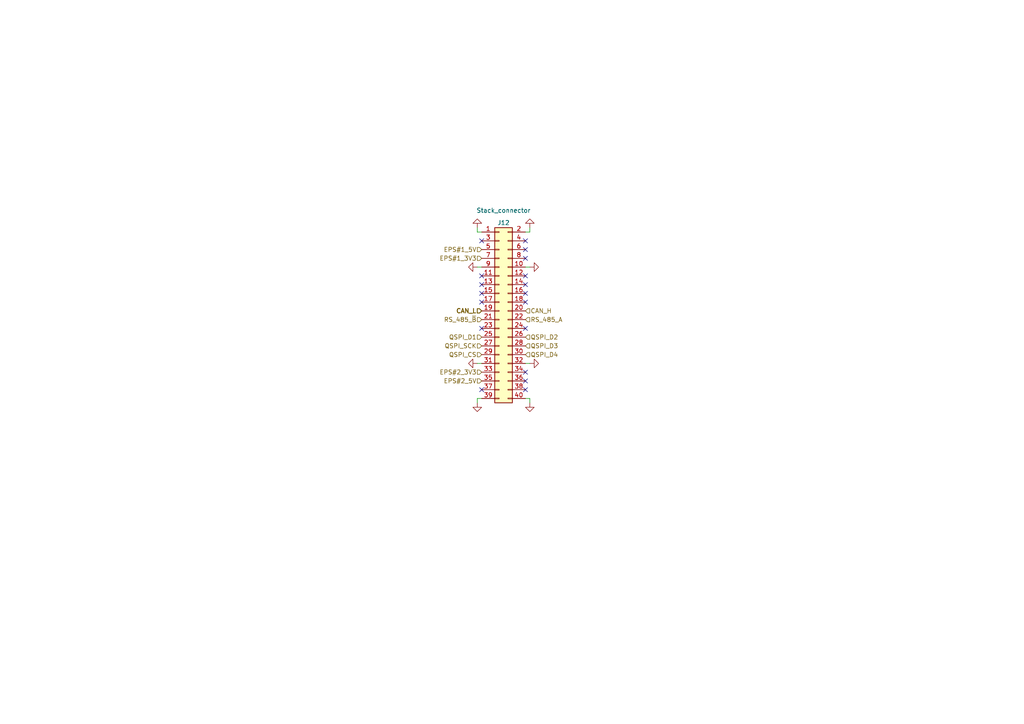
<source format=kicad_sch>
(kicad_sch (version 20210621) (generator eeschema)
  (paper "A4")
  (title_block (title "BUTCube - EPS") (date "2021-06-01") (rev "v1.0") (company "VUT - FIT(STRaDe) & FME(IAE & IPE)") (comment 1 "Author: Petr Malaník"))
  (lib_symbols
    (symbol "Connector_Generic:Conn_02x20_Odd_Even" (pin_names (offset 1.016) hide)
      (property "Reference" "J" (at 1.27 25.4 0))
      (property "Value" "Conn_02x20_Odd_Even" (at 1.27 -27.94 0))
      (symbol "Conn_02x20_Odd_Even_1_1"
        (rectangle (start -1.27 -25.273) (end 0 -25.527) (stroke (width 0.1524)))
        (rectangle (start -1.27 -22.733) (end 0 -22.987) (stroke (width 0.1524)))
        (rectangle (start -1.27 -20.193) (end 0 -20.447) (stroke (width 0.1524)))
        (rectangle (start -1.27 -17.653) (end 0 -17.907) (stroke (width 0.1524)))
        (rectangle (start -1.27 -15.113) (end 0 -15.367) (stroke (width 0.1524)))
        (rectangle (start -1.27 -12.573) (end 0 -12.827) (stroke (width 0.1524)))
        (rectangle (start -1.27 -10.033) (end 0 -10.287) (stroke (width 0.1524)))
        (rectangle (start -1.27 -7.493) (end 0 -7.747) (stroke (width 0.1524)))
        (rectangle (start -1.27 -4.953) (end 0 -5.207) (stroke (width 0.1524)))
        (rectangle (start -1.27 -2.413) (end 0 -2.667) (stroke (width 0.1524)))
        (rectangle (start -1.27 0.127) (end 0 -0.127) (stroke (width 0.1524)))
        (rectangle (start -1.27 2.667) (end 0 2.413) (stroke (width 0.1524)))
        (rectangle (start -1.27 5.207) (end 0 4.953) (stroke (width 0.1524)))
        (rectangle (start -1.27 7.747) (end 0 7.493) (stroke (width 0.1524)))
        (rectangle (start -1.27 10.287) (end 0 10.033) (stroke (width 0.1524)))
        (rectangle (start -1.27 12.827) (end 0 12.573) (stroke (width 0.1524)))
        (rectangle (start -1.27 15.367) (end 0 15.113) (stroke (width 0.1524)))
        (rectangle (start -1.27 17.907) (end 0 17.653) (stroke (width 0.1524)))
        (rectangle (start -1.27 20.447) (end 0 20.193) (stroke (width 0.1524)))
        (rectangle (start -1.27 22.987) (end 0 22.733) (stroke (width 0.1524)))
        (rectangle (start 3.81 -25.273) (end 2.54 -25.527) (stroke (width 0.1524)))
        (rectangle (start 3.81 -22.733) (end 2.54 -22.987) (stroke (width 0.1524)))
        (rectangle (start 3.81 -20.193) (end 2.54 -20.447) (stroke (width 0.1524)))
        (rectangle (start 3.81 -17.653) (end 2.54 -17.907) (stroke (width 0.1524)))
        (rectangle (start 3.81 -15.113) (end 2.54 -15.367) (stroke (width 0.1524)))
        (rectangle (start 3.81 -12.573) (end 2.54 -12.827) (stroke (width 0.1524)))
        (rectangle (start 3.81 -10.033) (end 2.54 -10.287) (stroke (width 0.1524)))
        (rectangle (start 3.81 -7.493) (end 2.54 -7.747) (stroke (width 0.1524)))
        (rectangle (start 3.81 -4.953) (end 2.54 -5.207) (stroke (width 0.1524)))
        (rectangle (start 3.81 -2.413) (end 2.54 -2.667) (stroke (width 0.1524)))
        (rectangle (start 3.81 0.127) (end 2.54 -0.127) (stroke (width 0.1524)))
        (rectangle (start 3.81 2.667) (end 2.54 2.413) (stroke (width 0.1524)))
        (rectangle (start 3.81 5.207) (end 2.54 4.953) (stroke (width 0.1524)))
        (rectangle (start 3.81 7.747) (end 2.54 7.493) (stroke (width 0.1524)))
        (rectangle (start 3.81 10.287) (end 2.54 10.033) (stroke (width 0.1524)))
        (rectangle (start 3.81 12.827) (end 2.54 12.573) (stroke (width 0.1524)))
        (rectangle (start 3.81 15.367) (end 2.54 15.113) (stroke (width 0.1524)))
        (rectangle (start 3.81 17.907) (end 2.54 17.653) (stroke (width 0.1524)))
        (rectangle (start 3.81 20.447) (end 2.54 20.193) (stroke (width 0.1524)))
        (rectangle (start 3.81 22.987) (end 2.54 22.733) (stroke (width 0.1524)))
        (rectangle (start -1.27 24.13) (end 3.81 -26.67) (stroke (width 0.254)) (fill (type background)))
        (pin passive line (at -5.08 22.86 0) (length 3.81) (name "Pin_1") (number "1"))
        (pin passive line (at 7.62 12.7 180) (length 3.81) (name "Pin_10") (number "10"))
        (pin passive line (at -5.08 10.16 0) (length 3.81) (name "Pin_11") (number "11"))
        (pin passive line (at 7.62 10.16 180) (length 3.81) (name "Pin_12") (number "12"))
        (pin passive line (at -5.08 7.62 0) (length 3.81) (name "Pin_13") (number "13"))
        (pin passive line (at 7.62 7.62 180) (length 3.81) (name "Pin_14") (number "14"))
        (pin passive line (at -5.08 5.08 0) (length 3.81) (name "Pin_15") (number "15"))
        (pin passive line (at 7.62 5.08 180) (length 3.81) (name "Pin_16") (number "16"))
        (pin passive line (at -5.08 2.54 0) (length 3.81) (name "Pin_17") (number "17"))
        (pin passive line (at 7.62 2.54 180) (length 3.81) (name "Pin_18") (number "18"))
        (pin passive line (at -5.08 0 0) (length 3.81) (name "Pin_19") (number "19"))
        (pin passive line (at 7.62 22.86 180) (length 3.81) (name "Pin_2") (number "2"))
        (pin passive line (at 7.62 0 180) (length 3.81) (name "Pin_20") (number "20"))
        (pin passive line (at -5.08 -2.54 0) (length 3.81) (name "Pin_21") (number "21"))
        (pin passive line (at 7.62 -2.54 180) (length 3.81) (name "Pin_22") (number "22"))
        (pin passive line (at -5.08 -5.08 0) (length 3.81) (name "Pin_23") (number "23"))
        (pin passive line (at 7.62 -5.08 180) (length 3.81) (name "Pin_24") (number "24"))
        (pin passive line (at -5.08 -7.62 0) (length 3.81) (name "Pin_25") (number "25"))
        (pin passive line (at 7.62 -7.62 180) (length 3.81) (name "Pin_26") (number "26"))
        (pin passive line (at -5.08 -10.16 0) (length 3.81) (name "Pin_27") (number "27"))
        (pin passive line (at 7.62 -10.16 180) (length 3.81) (name "Pin_28") (number "28"))
        (pin passive line (at -5.08 -12.7 0) (length 3.81) (name "Pin_29") (number "29"))
        (pin passive line (at -5.08 20.32 0) (length 3.81) (name "Pin_3") (number "3"))
        (pin passive line (at 7.62 -12.7 180) (length 3.81) (name "Pin_30") (number "30"))
        (pin passive line (at -5.08 -15.24 0) (length 3.81) (name "Pin_31") (number "31"))
        (pin passive line (at 7.62 -15.24 180) (length 3.81) (name "Pin_32") (number "32"))
        (pin passive line (at -5.08 -17.78 0) (length 3.81) (name "Pin_33") (number "33"))
        (pin passive line (at 7.62 -17.78 180) (length 3.81) (name "Pin_34") (number "34"))
        (pin passive line (at -5.08 -20.32 0) (length 3.81) (name "Pin_35") (number "35"))
        (pin passive line (at 7.62 -20.32 180) (length 3.81) (name "Pin_36") (number "36"))
        (pin passive line (at -5.08 -22.86 0) (length 3.81) (name "Pin_37") (number "37"))
        (pin passive line (at 7.62 -22.86 180) (length 3.81) (name "Pin_38") (number "38"))
        (pin passive line (at -5.08 -25.4 0) (length 3.81) (name "Pin_39") (number "39"))
        (pin passive line (at 7.62 20.32 180) (length 3.81) (name "Pin_4") (number "4"))
        (pin passive line (at 7.62 -25.4 180) (length 3.81) (name "Pin_40") (number "40"))
        (pin passive line (at -5.08 17.78 0) (length 3.81) (name "Pin_5") (number "5"))
        (pin passive line (at 7.62 17.78 180) (length 3.81) (name "Pin_6") (number "6"))
        (pin passive line (at -5.08 15.24 0) (length 3.81) (name "Pin_7") (number "7"))
        (pin passive line (at 7.62 15.24 180) (length 3.81) (name "Pin_8") (number "8"))
        (pin passive line (at -5.08 12.7 0) (length 3.81) (name "Pin_9") (number "9"))
      )
    )
    (symbol "power:GND" (power) (pin_names (offset 0))
      (property "Value" "GND" (at 0 -3.81 0))
      (symbol "GND_0_1"
        (polyline (pts (xy 0 0) (xy 0 -1.27) (xy 1.27 -1.27) (xy 0 -2.54) (xy -1.27 -1.27) (xy 0 -1.27)))
      )
      (symbol "GND_1_1"
        (pin power_in line (at 0 0 270) (length 0) hide (name "GND") (number "1"))
      )
    )
  )
  (no_connect (at 139.7 69.85))
  (no_connect (at 139.7 80.01))
  (no_connect (at 139.7 82.55))
  (no_connect (at 139.7 85.09))
  (no_connect (at 139.7 87.63))
  (no_connect (at 139.7 95.25))
  (no_connect (at 139.7 113.03))
  (no_connect (at 152.4 69.85))
  (no_connect (at 152.4 72.39))
  (no_connect (at 152.4 74.93))
  (no_connect (at 152.4 80.01))
  (no_connect (at 152.4 82.55))
  (no_connect (at 152.4 85.09))
  (no_connect (at 152.4 87.63))
  (no_connect (at 152.4 95.25))
  (no_connect (at 152.4 107.95))
  (no_connect (at 152.4 110.49))
  (no_connect (at 152.4 113.03))
  (wire (pts (xy 138.43 66.04) (xy 138.43 67.31)))
  (wire (pts (xy 138.43 67.31) (xy 139.7 67.31)))
  (wire (pts (xy 138.43 115.57) (xy 139.7 115.57)))
  (wire (pts (xy 138.43 116.84) (xy 138.43 115.57)))
  (wire (pts (xy 139.7 77.47) (xy 138.43 77.47)))
  (wire (pts (xy 139.7 105.41) (xy 138.43 105.41)))
  (wire (pts (xy 152.4 67.31) (xy 153.67 67.31)))
  (wire (pts (xy 152.4 77.47) (xy 153.67 77.47)))
  (wire (pts (xy 152.4 105.41) (xy 153.67 105.41)))
  (wire (pts (xy 152.4 115.57) (xy 153.67 115.57)))
  (wire (pts (xy 153.67 67.31) (xy 153.67 66.04)))
  (wire (pts (xy 153.67 115.57) (xy 153.67 116.84)))
  (hierarchical_label "EPS#1_5V" (shape input) (at 139.7 72.39 180))
  (hierarchical_label "EPS#1_3V3" (shape input) (at 139.7 74.93 180))
  (hierarchical_label "CAN_L" (shape input) (at 139.7 90.17 180) (effects (font (thickness 0.254))))
  (hierarchical_label "RS_485_~{B}" (shape input) (at 139.7 92.71 180))
  (hierarchical_label "QSPI_D1" (shape input) (at 139.7 97.79 180))
  (hierarchical_label "QSPI_SCK" (shape input) (at 139.7 100.33 180))
  (hierarchical_label "QSPI_CS" (shape input) (at 139.7 102.87 180))
  (hierarchical_label "EPS#2_3V3" (shape input) (at 139.7 107.95 180))
  (hierarchical_label "EPS#2_5V" (shape input) (at 139.7 110.49 180))
  (hierarchical_label "CAN_H" (shape input) (at 152.4 90.17 0))
  (hierarchical_label "RS_485_A" (shape input) (at 152.4 92.71 0))
  (hierarchical_label "QSPI_D2" (shape input) (at 152.4 97.79 0))
  (hierarchical_label "QSPI_D3" (shape input) (at 152.4 100.33 0))
  (hierarchical_label "QSPI_D4" (shape input) (at 152.4 102.87 0))
  (symbol (lib_id "power:GND") (at 138.43 66.04 180) (unit 1)
    (property "Reference" "#PWR096" (effects hide))
    (property "Value" "GND" (effects hide))
  )
  (symbol (lib_id "power:GND") (at 138.43 77.47 270) (unit 1)
    (property "Reference" "#PWR097" (effects hide))
    (property "Value" "GND" (effects hide))
  )
  (symbol (lib_id "power:GND") (at 138.43 105.41 270) (unit 1)
    (property "Reference" "#PWR098" (effects hide))
    (property "Value" "GND" (effects hide))
  )
  (symbol (lib_id "power:GND") (at 138.43 116.84 0) (unit 1)
    (property "Reference" "#PWR099" (effects hide))
    (property "Value" "GND" (effects hide))
  )
  (symbol (lib_id "power:GND") (at 153.67 66.04 180) (unit 1)
    (property "Reference" "#PWR0100" (effects hide))
    (property "Value" "GND" (effects hide))
  )
  (symbol (lib_id "power:GND") (at 153.67 77.47 90) (unit 1)
    (property "Reference" "#PWR0101" (effects hide))
    (property "Value" "GND" (effects hide))
  )
  (symbol (lib_id "power:GND") (at 153.67 105.41 90) (unit 1)
    (property "Reference" "#PWR0102" (effects hide))
    (property "Value" "GND" (effects hide))
  )
  (symbol (lib_id "power:GND") (at 153.67 116.84 0) (unit 1)
    (property "Reference" "#PWR0103" (effects hide))
    (property "Value" "GND" (effects hide))
  )
  (symbol (lib_id "Connector_Generic:Conn_02x20_Odd_Even") (at 144.78 90.17 0) (unit 1)
    (property "Reference" "J12" (at 146.05 64.6134 0))
    (property "Value" "Stack_connector" (at 146.05 61.0385 0))
    (property "Footprint" "Connector_PinSocket_2.54mm:PinSocket_2x20_P2.54mm_Vertical" (effects hide))
  )
)
</source>
